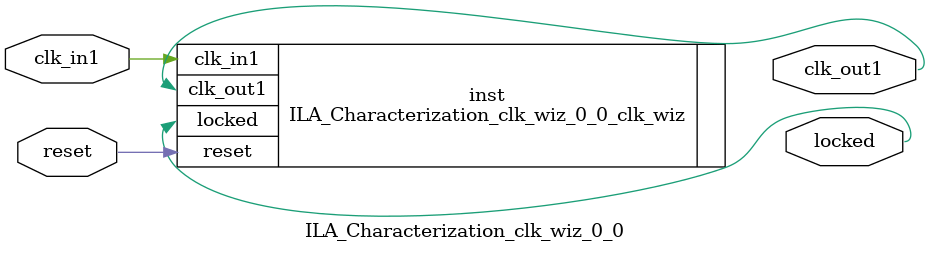
<source format=v>


`timescale 1ps/1ps

(* CORE_GENERATION_INFO = "ILA_Characterization_clk_wiz_0_0,clk_wiz_v6_0_1_0_0,{component_name=ILA_Characterization_clk_wiz_0_0,use_phase_alignment=true,use_min_o_jitter=false,use_max_i_jitter=false,use_dyn_phase_shift=false,use_inclk_switchover=false,use_dyn_reconfig=false,enable_axi=0,feedback_source=FDBK_AUTO,PRIMITIVE=MMCM,num_out_clk=1,clkin1_period=8.000,clkin2_period=10.000,use_power_down=false,use_reset=true,use_locked=true,use_inclk_stopped=false,feedback_type=SINGLE,CLOCK_MGR_TYPE=NA,manual_override=false}" *)

module ILA_Characterization_clk_wiz_0_0 
 (
  // Clock out ports
  output        clk_out1,
  // Status and control signals
  input         reset,
  output        locked,
 // Clock in ports
  input         clk_in1
 );

  ILA_Characterization_clk_wiz_0_0_clk_wiz inst
  (
  // Clock out ports  
  .clk_out1(clk_out1),
  // Status and control signals               
  .reset(reset), 
  .locked(locked),
 // Clock in ports
  .clk_in1(clk_in1)
  );

endmodule

</source>
